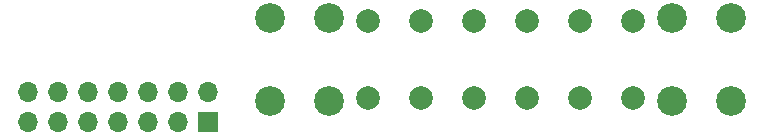
<source format=gbl>
G04 #@! TF.GenerationSoftware,KiCad,Pcbnew,(5.1.0-0)*
G04 #@! TF.CreationDate,2019-03-17T12:10:36+00:00*
G04 #@! TF.ProjectId,A1200,41313230-302e-46b6-9963-61645f706362,rev?*
G04 #@! TF.SameCoordinates,Original*
G04 #@! TF.FileFunction,Copper,L2,Bot*
G04 #@! TF.FilePolarity,Positive*
%FSLAX46Y46*%
G04 Gerber Fmt 4.6, Leading zero omitted, Abs format (unit mm)*
G04 Created by KiCad (PCBNEW (5.1.0-0)) date 2019-03-17 12:10:36*
%MOMM*%
%LPD*%
G04 APERTURE LIST*
%ADD10C,2.524000*%
%ADD11C,2.000000*%
%ADD12O,1.700000X1.700000*%
%ADD13R,1.700000X1.700000*%
G04 APERTURE END LIST*
D10*
X96000000Y-57500000D03*
X91000000Y-57500000D03*
X91000000Y-64500000D03*
X96000000Y-64500000D03*
X62000000Y-57500000D03*
X57000000Y-57500000D03*
X57000000Y-64500000D03*
X62000000Y-64500000D03*
D11*
X65250000Y-57750000D03*
X69750000Y-57750000D03*
X65250000Y-64250000D03*
X69750000Y-64250000D03*
X74250000Y-57750000D03*
X78750000Y-57750000D03*
X74250000Y-64250000D03*
X78750000Y-64250000D03*
X83250000Y-57750000D03*
X87750000Y-57750000D03*
X83250000Y-64250000D03*
X87750000Y-64250000D03*
D12*
X36510000Y-63710000D03*
X36510000Y-66250000D03*
X39050000Y-63710000D03*
X39050000Y-66250000D03*
X41590000Y-63710000D03*
X41590000Y-66250000D03*
X44130000Y-63710000D03*
X44130000Y-66250000D03*
X46670000Y-63710000D03*
X46670000Y-66250000D03*
X49210000Y-63710000D03*
X49210000Y-66250000D03*
X51750000Y-63710000D03*
D13*
X51750000Y-66250000D03*
M02*

</source>
